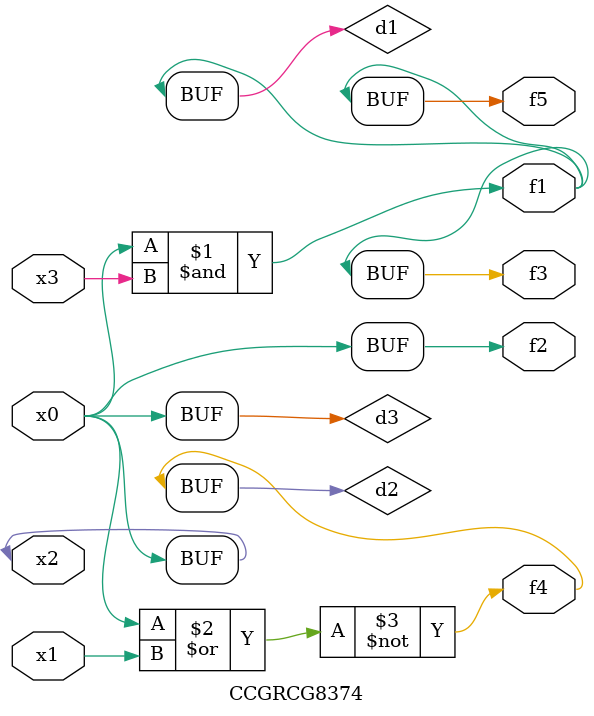
<source format=v>
module CCGRCG8374(
	input x0, x1, x2, x3,
	output f1, f2, f3, f4, f5
);

	wire d1, d2, d3;

	and (d1, x2, x3);
	nor (d2, x0, x1);
	buf (d3, x0, x2);
	assign f1 = d1;
	assign f2 = d3;
	assign f3 = d1;
	assign f4 = d2;
	assign f5 = d1;
endmodule

</source>
